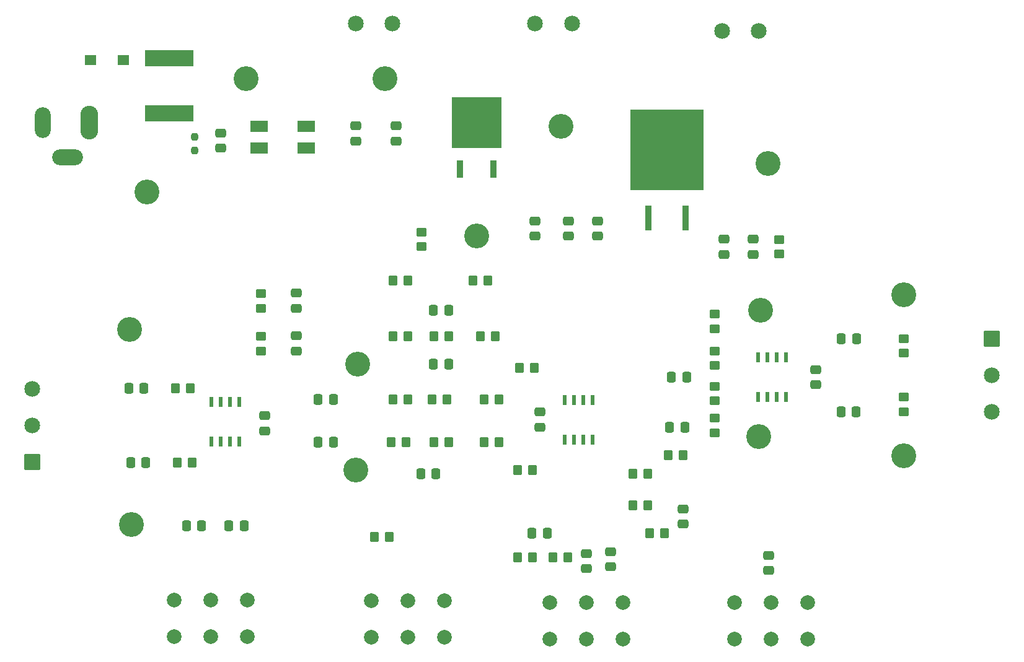
<source format=gts>
G04 #@! TF.GenerationSoftware,KiCad,Pcbnew,8.0.8*
G04 #@! TF.CreationDate,2025-02-17T02:27:16-05:00*
G04 #@! TF.ProjectId,PreAmpEQ,50726541-6d70-4455-912e-6b696361645f,1.0*
G04 #@! TF.SameCoordinates,Original*
G04 #@! TF.FileFunction,Soldermask,Top*
G04 #@! TF.FilePolarity,Negative*
%FSLAX46Y46*%
G04 Gerber Fmt 4.6, Leading zero omitted, Abs format (unit mm)*
G04 Created by KiCad (PCBNEW 8.0.8) date 2025-02-17 02:27:16*
%MOMM*%
%LPD*%
G01*
G04 APERTURE LIST*
G04 Aperture macros list*
%AMRoundRect*
0 Rectangle with rounded corners*
0 $1 Rounding radius*
0 $2 $3 $4 $5 $6 $7 $8 $9 X,Y pos of 4 corners*
0 Add a 4 corners polygon primitive as box body*
4,1,4,$2,$3,$4,$5,$6,$7,$8,$9,$2,$3,0*
0 Add four circle primitives for the rounded corners*
1,1,$1+$1,$2,$3*
1,1,$1+$1,$4,$5*
1,1,$1+$1,$6,$7*
1,1,$1+$1,$8,$9*
0 Add four rect primitives between the rounded corners*
20,1,$1+$1,$2,$3,$4,$5,0*
20,1,$1+$1,$4,$5,$6,$7,0*
20,1,$1+$1,$6,$7,$8,$9,0*
20,1,$1+$1,$8,$9,$2,$3,0*%
G04 Aperture macros list end*
%ADD10RoundRect,0.250000X-0.450000X0.350000X-0.450000X-0.350000X0.450000X-0.350000X0.450000X0.350000X0*%
%ADD11RoundRect,0.250000X-0.350000X-0.450000X0.350000X-0.450000X0.350000X0.450000X-0.350000X0.450000X0*%
%ADD12C,3.400000*%
%ADD13C,2.154000*%
%ADD14RoundRect,0.250000X0.475000X-0.337500X0.475000X0.337500X-0.475000X0.337500X-0.475000X-0.337500X0*%
%ADD15RoundRect,0.250000X0.450000X-0.350000X0.450000X0.350000X-0.450000X0.350000X-0.450000X-0.350000X0*%
%ADD16RoundRect,0.250000X-0.475000X0.337500X-0.475000X-0.337500X0.475000X-0.337500X0.475000X0.337500X0*%
%ADD17R,0.558800X1.460500*%
%ADD18RoundRect,0.237500X-0.237500X0.250000X-0.237500X-0.250000X0.237500X-0.250000X0.237500X0.250000X0*%
%ADD19C,2.004000*%
%ADD20RoundRect,0.250000X-0.337500X-0.475000X0.337500X-0.475000X0.337500X0.475000X-0.337500X0.475000X0*%
%ADD21RoundRect,0.250000X0.350000X0.450000X-0.350000X0.450000X-0.350000X-0.450000X0.350000X-0.450000X0*%
%ADD22O,2.404000X4.604000*%
%ADD23O,2.204000X4.204000*%
%ADD24O,4.204000X2.204000*%
%ADD25RoundRect,0.102000X-0.975000X0.975000X-0.975000X-0.975000X0.975000X-0.975000X0.975000X0.975000X0*%
%ADD26R,6.705600X2.209800*%
%ADD27RoundRect,0.250000X0.337500X0.475000X-0.337500X0.475000X-0.337500X-0.475000X0.337500X-0.475000X0*%
%ADD28R,0.939800X2.489200*%
%ADD29R,6.781800X6.934200*%
%ADD30R,0.939800X3.505200*%
%ADD31R,10.033000X11.125200*%
%ADD32R,1.498600X1.397000*%
%ADD33RoundRect,0.102000X0.975000X-0.975000X0.975000X0.975000X-0.975000X0.975000X-0.975000X-0.975000X0*%
%ADD34R,2.489200X1.498600*%
G04 APERTURE END LIST*
D10*
X177546000Y-93456000D03*
X177546000Y-95456000D03*
D11*
X131096000Y-114046000D03*
X133096000Y-114046000D03*
D12*
X100034000Y-66904000D03*
D13*
X153034000Y-43904000D03*
X158034000Y-43904000D03*
D10*
X137534000Y-72404000D03*
X137534000Y-74404000D03*
D14*
X191325000Y-93277000D03*
X191325000Y-91202000D03*
D12*
X97589500Y-85726000D03*
D15*
X177546000Y-90630000D03*
X177546000Y-88630000D03*
D12*
X183822000Y-83086000D03*
D16*
X182816000Y-73363000D03*
X182816000Y-75438000D03*
D11*
X139192000Y-101092000D03*
X141192000Y-101092000D03*
D16*
X120396000Y-80729000D03*
X120396000Y-82804000D03*
D17*
X160909000Y-95319850D03*
X159639000Y-95319850D03*
X158369000Y-95319850D03*
X157099000Y-95319850D03*
X157099000Y-100768150D03*
X158369000Y-100768150D03*
X159639000Y-100768150D03*
X160909000Y-100768150D03*
D11*
X133620000Y-78994000D03*
X135620000Y-78994000D03*
D12*
X203380000Y-80952000D03*
X184848000Y-62992000D03*
D10*
X177546000Y-83582000D03*
X177546000Y-85582000D03*
X203380000Y-86952000D03*
X203380000Y-88952000D03*
D16*
X178816000Y-73363000D03*
X178816000Y-75438000D03*
D18*
X106534000Y-59404000D03*
X106534000Y-61229000D03*
D19*
X155020000Y-128016000D03*
X160020000Y-128016000D03*
X165020000Y-128016000D03*
X155020000Y-123016000D03*
X160020000Y-123016000D03*
X165020000Y-123016000D03*
D16*
X110034000Y-58866500D03*
X110034000Y-60941500D03*
D20*
X97514500Y-93726000D03*
X99589500Y-93726000D03*
X139149000Y-83058000D03*
X141224000Y-83058000D03*
D16*
X161534000Y-70866500D03*
X161534000Y-72941500D03*
D11*
X150638000Y-104902000D03*
X152638000Y-104902000D03*
D21*
X173228000Y-102870000D03*
X171228000Y-102870000D03*
D22*
X92084000Y-57404000D03*
D23*
X85784000Y-57404000D03*
D24*
X89184000Y-62204000D03*
D14*
X163322000Y-118153000D03*
X163322000Y-116078000D03*
D16*
X134034000Y-57866500D03*
X134034000Y-59941500D03*
D10*
X186316000Y-73400500D03*
X186316000Y-75400500D03*
D12*
X128778000Y-90424000D03*
D21*
X168402000Y-105410000D03*
X166402000Y-105410000D03*
D20*
X139133000Y-90424000D03*
X141208000Y-90424000D03*
D11*
X150908000Y-90932000D03*
X152908000Y-90932000D03*
D25*
X215380000Y-87004500D03*
D13*
X215380000Y-92004500D03*
X215380000Y-97004500D03*
D14*
X116078000Y-99589500D03*
X116078000Y-97514500D03*
D26*
X103034000Y-48657500D03*
X103034000Y-56150500D03*
D12*
X145034000Y-72904000D03*
D17*
X112649000Y-95573850D03*
X111379000Y-95573850D03*
X110109000Y-95573850D03*
X108839000Y-95573850D03*
X108839000Y-101022150D03*
X110109000Y-101022150D03*
X111379000Y-101022150D03*
X112649000Y-101022150D03*
D12*
X203380000Y-102952000D03*
X183568000Y-100358000D03*
D11*
X104156000Y-103886000D03*
X106156000Y-103886000D03*
D12*
X156534000Y-57904000D03*
D10*
X115570000Y-80804000D03*
X115570000Y-82804000D03*
D11*
X146066000Y-101092000D03*
X148066000Y-101092000D03*
D20*
X194842500Y-86952000D03*
X196917500Y-86952000D03*
D11*
X139224000Y-86614000D03*
X141224000Y-86614000D03*
D20*
X171661000Y-92202000D03*
X173736000Y-92202000D03*
D14*
X160020000Y-118407000D03*
X160020000Y-116332000D03*
D20*
X123401000Y-95250000D03*
X125476000Y-95250000D03*
D27*
X196880000Y-96952000D03*
X194805000Y-96952000D03*
D11*
X155480000Y-116840000D03*
X157480000Y-116840000D03*
X133636000Y-86614000D03*
X135636000Y-86614000D03*
D28*
X142743999Y-63817500D03*
D29*
X145034000Y-57404000D03*
D28*
X147324001Y-63817500D03*
D13*
X178534000Y-44904000D03*
X183534000Y-44904000D03*
D11*
X133366000Y-101092000D03*
X135366000Y-101092000D03*
X150654000Y-116840000D03*
X152654000Y-116840000D03*
D20*
X111209000Y-112522000D03*
X113284000Y-112522000D03*
X123401000Y-101092000D03*
X125476000Y-101092000D03*
D15*
X203380000Y-96952000D03*
X203380000Y-94952000D03*
D16*
X157534000Y-70866500D03*
X157534000Y-72941500D03*
D19*
X103712000Y-127682000D03*
X108712000Y-127682000D03*
X113712000Y-127682000D03*
X103712000Y-122682000D03*
X108712000Y-122682000D03*
X113712000Y-122682000D03*
D30*
X168494000Y-70444500D03*
D31*
X171034000Y-61173500D03*
D30*
X173574000Y-70444500D03*
D10*
X115570000Y-86646000D03*
X115570000Y-88646000D03*
D11*
X168688000Y-113538000D03*
X170688000Y-113538000D03*
D12*
X97843500Y-112386000D03*
D32*
X96769200Y-48904000D03*
X92298800Y-48904000D03*
D14*
X173228000Y-112311000D03*
X173228000Y-110236000D03*
D11*
X144558000Y-78994000D03*
X146558000Y-78994000D03*
D20*
X137392500Y-105410000D03*
X139467500Y-105410000D03*
D15*
X177546000Y-99806000D03*
X177546000Y-97806000D03*
D20*
X171407000Y-99060000D03*
X173482000Y-99060000D03*
D27*
X107463500Y-112522000D03*
X105388500Y-112522000D03*
D12*
X132534000Y-51404000D03*
D33*
X84336000Y-103802000D03*
D13*
X84336000Y-98802000D03*
X84336000Y-93802000D03*
D19*
X180246000Y-128016000D03*
X185246000Y-128016000D03*
X190246000Y-128016000D03*
X180246000Y-123016000D03*
X185246000Y-123016000D03*
X190246000Y-123016000D03*
D13*
X128534000Y-43904000D03*
X133534000Y-43904000D03*
D14*
X153670000Y-99081500D03*
X153670000Y-97006500D03*
D11*
X103902000Y-93726000D03*
X105902000Y-93726000D03*
X166402000Y-109728000D03*
X168402000Y-109728000D03*
D20*
X97768500Y-103886000D03*
X99843500Y-103886000D03*
D16*
X120396000Y-86571000D03*
X120396000Y-88646000D03*
D19*
X130636000Y-127762000D03*
X135636000Y-127762000D03*
X140636000Y-127762000D03*
X130636000Y-122762000D03*
X135636000Y-122762000D03*
X140636000Y-122762000D03*
D16*
X128534000Y-57866500D03*
X128534000Y-59941500D03*
D11*
X145574000Y-86614000D03*
X147574000Y-86614000D03*
D16*
X153034000Y-70866500D03*
X153034000Y-72941500D03*
D11*
X133620000Y-95250000D03*
X135620000Y-95250000D03*
X146050000Y-95250000D03*
X148050000Y-95250000D03*
D14*
X184912000Y-118661000D03*
X184912000Y-116586000D03*
D34*
X115282800Y-57904000D03*
X115282800Y-60904000D03*
X121785200Y-60904000D03*
X121785200Y-57904000D03*
D20*
X152611000Y-113538000D03*
X154686000Y-113538000D03*
D17*
X187325000Y-89477850D03*
X186055000Y-89477850D03*
X184785000Y-89477850D03*
X183515000Y-89477850D03*
X183515000Y-94926150D03*
X184785000Y-94926150D03*
X186055000Y-94926150D03*
X187325000Y-94926150D03*
D12*
X128524000Y-104902000D03*
D11*
X138954000Y-95250000D03*
X140954000Y-95250000D03*
D12*
X113534000Y-51404000D03*
M02*

</source>
